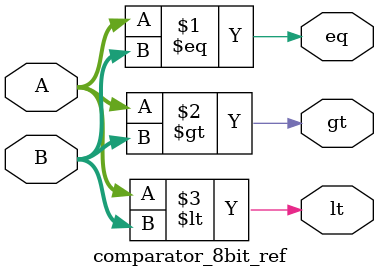
<source format=v>
module comparator_8bit_ref (
    input [7:0] A,        // First 2-bit input operand
    input [7:0] B,        // Second 2-bit input operand
    output gt,     // Output indicating A > B
    output eq,       // Output indicating A == B
    output lt         // Output indicating A < B
);

    // Combinational logic for comparison
    assign eq = (A == B);           // A equals B
    assign gt = (A > B);          // A greater than B
    assign lt = (A < B);             // A less than B

endmodule
</source>
